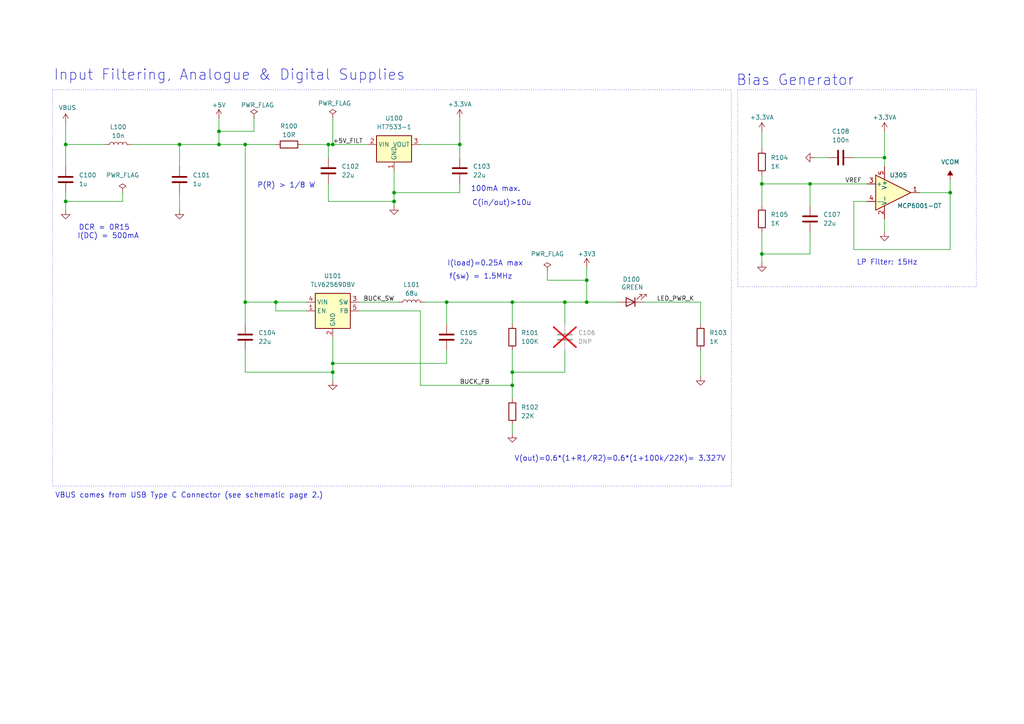
<source format=kicad_sch>
(kicad_sch (version 20250114) (generator "eeschema") (generator_version "9.0")
  (paper "A4")
  (title_block (title "Mixed-Signal-PCB-Design") (date "2025-09-13") (rev "1.0") (company "https://github.com/tsokomalusi/"))
  (lib_symbols
    (symbol "Amplifier_Operational:MCP6001-OT" (pin_names (offset 0.127))
      (property "Reference" "U305" (at 1.524 5.08 0))
      (property "Value" "MCP6001-OT" (at 7.62 -3.81 0))
      (symbol "MCP6001-OT_0_1"
        (polyline (pts (xy -5.08 5.08) (xy 5.08 0) (xy -5.08 -5.08) (xy -5.08 5.08)) (stroke (width 0.254)) (fill (type background)))
        (pin power_in line (at -2.54 7.62 270) (length 3.81) (name "V+") (number "5"))
        (pin power_in line (at -2.54 -7.62 90) (length 3.81) (name "V-") (number "2"))
      )
      (symbol "MCP6001-OT_1_1"
        (pin input line (at -7.62 2.54 0) (length 2.54) (name "+") (number "3"))
        (pin input line (at -7.62 -2.54 0) (length 2.54) (name "-") (number "4"))
        (pin power_out line (at 7.62 0 180) (length 2.54) (name "~") (number "1"))
      )
    )
    (symbol "Device:C" (pin_numbers (hide yes)) (pin_names (offset 0.254))
      (property "Reference" "C" (at 0.635 2.54 0))
      (property "Value" "C" (at 0.635 -2.54 0))
      (symbol "C_0_1"
        (polyline (pts (xy -2.032 0.762) (xy 2.032 0.762)) (stroke (width 0.508)))
        (polyline (pts (xy -2.032 -0.762) (xy 2.032 -0.762)) (stroke (width 0.508)))
      )
      (symbol "C_1_1"
        (pin passive line (at 0 3.81 270) (length 2.794) (name "~") (number "1"))
        (pin passive line (at 0 -3.81 90) (length 2.794) (name "~") (number "2"))
      )
    )
    (symbol "Device:L" (pin_numbers (hide yes)) (pin_names (offset 1.016) (hide yes))
      (property "Reference" "L" (at -1.27 0 90))
      (property "Value" "L" (at 1.905 0 90))
      (symbol "L_0_1"
        (arc (start 0 2.54) (mid 0.6323 1.905) (end 0 1.27))
        (arc (start 0 1.27) (mid 0.6323 0.635) (end 0 0))
        (arc (start 0 0) (mid 0.6323 -0.635) (end 0 -1.27))
        (arc (start 0 -1.27) (mid 0.6323 -1.905) (end 0 -2.54))
      )
      (symbol "L_1_1"
        (pin passive line (at 0 3.81 270) (length 1.27) (name "1") (number "1"))
        (pin passive line (at 0 -3.81 90) (length 1.27) (name "2") (number "2"))
      )
    )
    (symbol "Device:LED" (pin_numbers (hide yes)) (pin_names (offset 1.016) (hide yes))
      (property "Reference" "D" (at 0 2.54 0))
      (property "Value" "LED" (at 0 -2.54 0))
      (symbol "LED_0_1"
        (polyline (pts (xy -3.048 -0.762) (xy -4.572 -2.286) (xy -3.81 -2.286) (xy -4.572 -2.286) (xy -4.572 -1.524)))
        (polyline (pts (xy -1.778 -0.762) (xy -3.302 -2.286) (xy -2.54 -2.286) (xy -3.302 -2.286) (xy -3.302 -1.524)))
        (polyline (pts (xy -1.27 0) (xy 1.27 0)))
        (polyline (pts (xy -1.27 -1.27) (xy -1.27 1.27)) (stroke (width 0.254)))
        (polyline (pts (xy 1.27 -1.27) (xy 1.27 1.27) (xy -1.27 0) (xy 1.27 -1.27)) (stroke (width 0.254)))
      )
      (symbol "LED_1_1"
        (pin passive line (at -3.81 0 0) (length 2.54) (name "K") (number "1"))
        (pin passive line (at 3.81 0 180) (length 2.54) (name "A") (number "2"))
      )
    )
    (symbol "Device:R" (pin_numbers (hide yes)) (pin_names (offset 0))
      (property "Reference" "R" (at 2.032 0 90))
      (property "Value" "R" (at 0 0 90))
      (symbol "R_0_1"
        (rectangle (start -1.016 -2.54) (end 1.016 2.54) (stroke (width 0.254)))
      )
      (symbol "R_1_1"
        (pin passive line (at 0 3.81 270) (length 1.27) (name "~") (number "1"))
        (pin passive line (at 0 -3.81 90) (length 1.27) (name "~") (number "2"))
      )
    )
    (symbol "Regulator_Linear:HT75xx-1-SOT89"
      (property "Reference" "U" (at -5.08 -3.81 0))
      (property "Value" "HT75xx-1-SOT89" (at 0 6.35 0))
      (symbol "HT75xx-1-SOT89_0_1"
        (rectangle (start -5.08 5.08) (end 5.08 -2.54) (stroke (width 0.254)) (fill (type background)))
      )
      (symbol "HT75xx-1-SOT89_1_1"
        (pin power_in line (at -7.62 2.54 0) (length 2.54) (name "VIN") (number "2"))
        (pin power_in line (at 0 -5.08 90) (length 2.54) (name "GND") (number "1"))
        (pin power_out line (at 7.62 2.54 180) (length 2.54) (name "VOUT") (number "3"))
      )
    )
    (symbol "Regulator_Switching:TLV62568DBV"
      (property "Reference" "U" (at -5.08 6.35 0))
      (property "Value" "TLV62568DBV" (at 0 6.35 0))
      (symbol "TLV62568DBV_0_1"
        (rectangle (start -5.08 5.08) (end 5.08 -5.08) (stroke (width 0.254)) (fill (type background)))
      )
      (symbol "TLV62568DBV_1_1"
        (pin power_in line (at -7.62 2.54 0) (length 2.54) (name "VIN") (number "4"))
        (pin input line (at -7.62 0 0) (length 2.54) (name "EN") (number "1"))
        (pin power_in line (at 0 -7.62 90) (length 2.54) (name "GND") (number "2"))
        (pin power_out line (at 7.62 2.54 180) (length 2.54) (name "SW") (number "3"))
        (pin input line (at 7.62 0 180) (length 2.54) (name "FB") (number "5"))
      )
    )
    (symbol "power:GND" (power) (pin_numbers (hide yes)) (pin_names (offset 0) (hide yes))
      (property "Value" "GND" (at 0 -3.81 0))
      (symbol "GND_0_1"
        (polyline (pts (xy 0 0) (xy 0 -1.27) (xy 1.27 -1.27) (xy 0 -2.54) (xy -1.27 -1.27) (xy 0 -1.27)))
      )
      (symbol "GND_1_1"
        (pin power_in line (at 0 0 270) (length 0) (name "~") (number "1"))
      )
    )
    (symbol "power:PWR_FLAG" (power) (pin_numbers (hide yes)) (pin_names (offset 0) (hide yes))
      (property "Value" "PWR_FLAG" (at 0 3.81 0))
      (symbol "PWR_FLAG_0_0"
        (pin power_out line (at 0 0 90) (length 0) (name "~") (number "1"))
      )
      (symbol "PWR_FLAG_0_1"
        (polyline (pts (xy 0 0) (xy 0 1.27) (xy -1.016 1.905) (xy 0 2.54) (xy 1.016 1.905) (xy 0 1.27)))
      )
    )
    (symbol "power:VBUS" (power) (pin_numbers (hide yes)) (pin_names (offset 0) (hide yes))
      (property "Value" "VBUS" (at 0 3.556 0))
      (symbol "VBUS_0_1"
        (polyline (pts (xy -0.762 1.27) (xy 0 2.54)))
        (polyline (pts (xy 0 2.54) (xy 0.762 1.27)))
        (polyline (pts (xy 0 0) (xy 0 2.54)))
      )
      (symbol "VBUS_1_1"
        (pin power_in line (at 0 0 90) (length 0) (name "~") (number "1"))
      )
    )
    (symbol "power:VCOM" (power) (pin_numbers (hide yes)) (pin_names (offset 0) (hide yes))
      (property "Value" "VCOM" (at 0 3.556 0))
      (symbol "VCOM_0_1"
        (polyline (pts (xy 0 0) (xy 0 2.54)))
        (polyline (pts (xy 0.762 1.27) (xy -0.762 1.27) (xy 0 2.54) (xy 0.762 1.27)) (fill (type outline)))
      )
      (symbol "VCOM_1_1"
        (pin power_in line (at 0 0 90) (length 0) (name "~") (number "1"))
      )
    )
  )
  (rectangle (start 15.24 26.035) (end 212.09 140.97) (stroke (width 0) (type dot)))
  (rectangle (start 213.995 26.035) (end 283.21 83.185) (stroke (width 0) (type dot)))
  (text "DCR = 0R15\n  I(DC) = 500mA" (at 30.226 67.31 0) (effects (font (size 1.524 1.524))))
  (text "V(out)=0.6*(1+R1/R2)=0.6*(1+100k/22K)= 3.327V" (at 179.832 133.096 0) (effects (font (size 1.524 1.524))))
  (text "P(R) > 1/8 W" (at 83.058 53.848 0) (effects (font (size 1.524 1.524))))
  (text "C(in/out)>10u" (at 145.542 58.928 0) (effects (font (size 1.524 1.524))))
  (text "VBUS comes from USB Type C Connector (see schematic page 2.)" (at 54.864 143.764 0) (effects (font (size 1.524 1.524))))
  (text "I(load)=0.25A max" (at 140.716 76.454 0) (effects (font (size 1.524 1.524))))
  (text "100mA max." (at 143.764 54.864 0) (effects (font (size 1.524 1.524))))
  (text "Bias Generator" (at 230.632 23.368 0) (effects (font (size 3.048 3.048))))
  (text "Input Filtering, Analogue & Digital Supplies" (at 66.548 21.844 0) (effects (font (size 3.048 3.048))))
  (text "f(sw) = 1.5MHz" (at 139.446 80.264 0) (effects (font (size 1.524 1.524))))
  (text "LP Filter: 15Hz" (at 257.302 76.2 0) (effects (font (size 1.524 1.524))))
  (junction (at 19.05 41.91))
  (junction (at 170.18 81.28))
  (junction (at 52.07 41.91))
  (junction (at 114.3 58.42))
  (junction (at 148.59 111.76))
  (junction (at 148.59 107.95))
  (junction (at 256.54 45.72))
  (junction (at 95.25 41.91))
  (junction (at 80.01 87.63))
  (junction (at 133.35 41.91))
  (junction (at 63.5 41.91))
  (junction (at 71.12 41.91))
  (junction (at 170.18 87.63))
  (junction (at 114.3 55.88))
  (junction (at 129.54 87.63))
  (junction (at 96.52 107.95))
  (junction (at 220.98 73.66))
  (junction (at 220.98 53.34))
  (junction (at 275.59 55.88))
  (junction (at 63.5 38.1))
  (junction (at 96.52 105.41))
  (junction (at 148.59 87.63))
  (junction (at 234.95 53.34))
  (junction (at 71.12 87.63))
  (junction (at 19.05 58.42))
  (junction (at 163.83 87.63))
  (junction (at 96.52 41.91))
  (wire (pts (xy 170.18 87.63) (xy 179.07 87.63)))
  (wire (pts (xy 220.98 53.34) (xy 234.95 53.34)))
  (wire (pts (xy 234.95 67.31) (xy 234.95 73.66)))
  (wire (pts (xy 95.25 41.91) (xy 96.52 41.91)))
  (wire (pts (xy 19.05 41.91) (xy 19.05 48.26)))
  (wire (pts (xy 63.5 38.1) (xy 73.66 38.1)))
  (wire (pts (xy 148.59 111.76) (xy 148.59 115.57)))
  (wire (pts (xy 163.83 93.98) (xy 163.83 87.63)))
  (wire (pts (xy 236.22 45.72) (xy 240.03 45.72)))
  (wire (pts (xy 129.54 105.41) (xy 96.52 105.41)))
  (wire (pts (xy 266.7 55.88) (xy 275.59 55.88)))
  (wire (pts (xy 121.92 41.91) (xy 133.35 41.91)))
  (wire (pts (xy 170.18 81.28) (xy 170.18 87.63)))
  (wire (pts (xy 148.59 123.19) (xy 148.59 125.73)))
  (wire (pts (xy 234.95 53.34) (xy 251.46 53.34)))
  (wire (pts (xy 19.05 35.56) (xy 19.05 41.91)))
  (wire (pts (xy 220.98 73.66) (xy 220.98 76.2)))
  (wire (pts (xy 275.59 72.39) (xy 247.65 72.39)))
  (wire (pts (xy 63.5 34.29) (xy 63.5 38.1)))
  (wire (pts (xy 203.2 93.98) (xy 203.2 87.63)))
  (wire (pts (xy 96.52 107.95) (xy 96.52 110.49)))
  (wire (pts (xy 88.9 90.17) (xy 80.01 90.17)))
  (wire (pts (xy 63.5 41.91) (xy 71.12 41.91)))
  (wire (pts (xy 104.14 87.63) (xy 115.57 87.63)))
  (wire (pts (xy 88.9 87.63) (xy 80.01 87.63)))
  (wire (pts (xy 129.54 93.98) (xy 129.54 87.63)))
  (wire (pts (xy 158.75 81.28) (xy 170.18 81.28)))
  (wire (pts (xy 114.3 55.88) (xy 114.3 58.42)))
  (wire (pts (xy 129.54 101.6) (xy 129.54 105.41)))
  (wire (pts (xy 104.14 90.17) (xy 121.92 90.17)))
  (wire (pts (xy 96.52 34.29) (xy 96.52 41.91)))
  (wire (pts (xy 35.56 58.42) (xy 19.05 58.42)))
  (wire (pts (xy 148.59 101.6) (xy 148.59 107.95)))
  (wire (pts (xy 133.35 53.34) (xy 133.35 55.88)))
  (wire (pts (xy 247.65 58.42) (xy 251.46 58.42)))
  (wire (pts (xy 52.07 41.91) (xy 63.5 41.91)))
  (wire (pts (xy 71.12 101.6) (xy 71.12 107.95)))
  (wire (pts (xy 220.98 67.31) (xy 220.98 73.66)))
  (wire (pts (xy 163.83 87.63) (xy 170.18 87.63)))
  (wire (pts (xy 133.35 34.29) (xy 133.35 41.91)))
  (wire (pts (xy 256.54 63.5) (xy 256.54 67.31)))
  (wire (pts (xy 186.69 87.63) (xy 203.2 87.63)))
  (wire (pts (xy 52.07 48.26) (xy 52.07 41.91)))
  (wire (pts (xy 87.63 41.91) (xy 95.25 41.91)))
  (wire (pts (xy 163.83 101.6) (xy 163.83 107.95)))
  (wire (pts (xy 163.83 107.95) (xy 148.59 107.95)))
  (wire (pts (xy 71.12 87.63) (xy 71.12 93.98)))
  (wire (pts (xy 95.25 53.34) (xy 95.25 58.42)))
  (wire (pts (xy 234.95 73.66) (xy 220.98 73.66)))
  (wire (pts (xy 148.59 87.63) (xy 148.59 93.98)))
  (wire (pts (xy 114.3 58.42) (xy 114.3 59.69)))
  (wire (pts (xy 275.59 55.88) (xy 275.59 72.39)))
  (wire (pts (xy 73.66 34.29) (xy 73.66 38.1)))
  (wire (pts (xy 19.05 58.42) (xy 19.05 60.96)))
  (wire (pts (xy 71.12 87.63) (xy 71.12 41.91)))
  (wire (pts (xy 80.01 87.63) (xy 80.01 90.17)))
  (wire (pts (xy 123.19 87.63) (xy 129.54 87.63)))
  (wire (pts (xy 95.25 41.91) (xy 95.25 45.72)))
  (wire (pts (xy 95.25 58.42) (xy 114.3 58.42)))
  (wire (pts (xy 256.54 45.72) (xy 256.54 48.26)))
  (wire (pts (xy 121.92 111.76) (xy 148.59 111.76)))
  (wire (pts (xy 247.65 72.39) (xy 247.65 58.42)))
  (wire (pts (xy 96.52 97.79) (xy 96.52 105.41)))
  (wire (pts (xy 133.35 41.91) (xy 133.35 45.72)))
  (wire (pts (xy 71.12 41.91) (xy 80.01 41.91)))
  (wire (pts (xy 63.5 38.1) (xy 63.5 41.91)))
  (wire (pts (xy 234.95 53.34) (xy 234.95 59.69)))
  (wire (pts (xy 133.35 55.88) (xy 114.3 55.88)))
  (wire (pts (xy 19.05 41.91) (xy 30.48 41.91)))
  (wire (pts (xy 220.98 38.1) (xy 220.98 43.18)))
  (wire (pts (xy 275.59 52.07) (xy 275.59 55.88)))
  (wire (pts (xy 121.92 90.17) (xy 121.92 111.76)))
  (wire (pts (xy 203.2 101.6) (xy 203.2 109.22)))
  (wire (pts (xy 52.07 55.88) (xy 52.07 60.96)))
  (wire (pts (xy 19.05 55.88) (xy 19.05 58.42)))
  (wire (pts (xy 96.52 41.91) (xy 106.68 41.91)))
  (wire (pts (xy 158.75 78.74) (xy 158.75 81.28)))
  (wire (pts (xy 220.98 53.34) (xy 220.98 59.69)))
  (wire (pts (xy 80.01 87.63) (xy 71.12 87.63)))
  (wire (pts (xy 35.56 55.88) (xy 35.56 58.42)))
  (wire (pts (xy 148.59 87.63) (xy 163.83 87.63)))
  (wire (pts (xy 247.65 45.72) (xy 256.54 45.72)))
  (wire (pts (xy 114.3 49.53) (xy 114.3 55.88)))
  (wire (pts (xy 52.07 41.91) (xy 38.1 41.91)))
  (wire (pts (xy 71.12 107.95) (xy 96.52 107.95)))
  (wire (pts (xy 256.54 38.1) (xy 256.54 45.72)))
  (wire (pts (xy 148.59 107.95) (xy 148.59 111.76)))
  (wire (pts (xy 129.54 87.63) (xy 148.59 87.63)))
  (wire (pts (xy 170.18 77.47) (xy 170.18 81.28)))
  (wire (pts (xy 220.98 50.8) (xy 220.98 53.34)))
  (wire (pts (xy 96.52 105.41) (xy 96.52 107.95)))
  (label "BUCK_SW" (at 105.41 87.63 0))
  (label "VREF" (at 245.11 53.34 0))
  (label "BUCK_FB" (at 133.35 111.76 0))
  (label "+5V_FILT" (at 96.52 41.91 0))
  (label "LED_PWR_K" (at 190.5 87.63 0))
  (symbol (lib_id "Device:R") (at 148.59 119.38 0) (unit 1)
    (property "Reference" "R102" (at 151.13 118.1099 0) (effects (justify left)))
    (property "Value" "22K" (at 151.13 120.6499 0) (effects (justify left)))
    (property "Footprint" "Resistor_SMD:R_0603_1608Metric" (effects (hide yes)))
    (property "Description" "Resistor" (effects (hide yes)))
    (property "Manufacturer" "YAGEO" (effects (hide yes)))
    (property "Manufacturer Part Number" "RC0603FR-0722KL" (effects (hide yes)))
  )
  (symbol (lib_id "Device:C") (at 163.83 97.79 0) (unit 1) (dnp yes)
    (property "Reference" "C106" (at 167.64 96.5199 0) (effects (justify left)))
    (property "Value" "DNP" (at 167.64 99.0599 0) (effects (justify left)))
    (property "Footprint" "Capacitor_SMD:C_0805_2012Metric" (effects (hide yes)))
    (property "Description" "Unpolarized capacitor" (effects (hide yes)))
  )
  (symbol (lib_id "power:VCOM") (at 275.59 52.07 0) (unit 1)
    (property "Reference" "#PWR067" (effects (hide yes)))
    (property "Value" "VCOM" (at 275.59 46.99 0))
    (property "Description" "Power symbol creates a global label with name \"VCOM\"" (effects (hide yes)))
  )
  (symbol (lib_id "power:VBUS") (at 170.18 77.47 0) (unit 1)
    (property "Reference" "#PWR010" (effects (hide yes)))
    (property "Value" "+3V3" (at 170.18 73.66 0))
    (property "Description" "Power symbol creates a global label with name \"VBUS\"" (effects (hide yes)))
  )
  (symbol (lib_id "power:GND") (at 203.2 109.22 0) (unit 1)
    (property "Reference" "#PWR08" (effects (hide yes)))
    (property "Value" "GND" (effects (hide yes)))
    (property "Description" "Power symbol creates a global label with name \"GND\" , ground" (effects (hide yes)))
  )
  (symbol (lib_id "Device:R") (at 83.82 41.91 90) (unit 1)
    (property "Reference" "R100" (at 83.82 36.576 90))
    (property "Value" "10R" (at 83.82 39.116 90))
    (property "Footprint" "Resistor_SMD:R_0603_1608Metric" (effects (hide yes)))
    (property "Description" "Resistor" (effects (hide yes)))
    (property "Manufacturer" "YAGEO" (effects (hide yes)))
    (property "Manufacturer Part Number" "RC0603FR-0710RL" (effects (hide yes)))
  )
  (symbol (lib_id "power:GND") (at 52.07 60.96 0) (unit 1)
    (property "Reference" "#PWR03" (effects (hide yes)))
    (property "Value" "GND" (effects (hide yes)))
    (property "Description" "Power symbol creates a global label with name \"GND\" , ground" (effects (hide yes)))
  )
  (symbol (lib_id "power:PWR_FLAG") (at 73.66 34.29 0) (unit 1)
    (property "Reference" "#FLG04" (effects (hide yes)))
    (property "Value" "PWR_FLAG" (at 74.676 30.48 0))
    (property "Description" "Special symbol for telling ERC where power comes from" (effects (hide yes)))
  )
  (symbol (lib_id "power:GND") (at 148.59 125.73 0) (unit 1)
    (property "Reference" "#PWR09" (effects (hide yes)))
    (property "Value" "GND" (effects (hide yes)))
    (property "Description" "Power symbol creates a global label with name \"GND\" , ground" (effects (hide yes)))
  )
  (symbol (lib_id "power:GND") (at 220.98 76.2 0) (unit 1)
    (property "Reference" "#PWR064" (effects (hide yes)))
    (property "Value" "GND" (effects (hide yes)))
    (property "Description" "Power symbol creates a global label with name \"GND\" , ground" (effects (hide yes)))
  )
  (symbol (lib_id "Device:C") (at 133.35 49.53 0) (unit 1)
    (property "Reference" "C103" (at 137.16 48.2599 0) (effects (justify left)))
    (property "Value" "22u" (at 137.16 50.7999 0) (effects (justify left)))
    (property "Footprint" "Capacitor_SMD:C_0805_2012Metric" (effects (hide yes)))
    (property "Description" "Unpolarized capacitor" (effects (hide yes)))
    (property "Manufacturer" "KYOCERA AVX" (effects (hide yes)))
    (property "Manufacturer Part Number" "0805YD226MAT2A" (effects (hide yes)))
  )
  (symbol (lib_id "Device:LED") (at 182.88 87.63 180) (unit 1)
    (property "Reference" "D100" (at 183.134 81.026 0))
    (property "Value" "GREEN" (at 183.388 83.312 0))
    (property "Footprint" "Diode_SMD:D_0805_2012Metric" (effects (hide yes)))
    (property "Description" "Light emitting diode" (effects (hide yes)))
    (property "Sim.Pins" "1=K 2=A" (effects (hide yes)))
    (property "Manufacturer" "LITEON" (effects (hide yes)))
    (property "Manufacturer Part Number" "LTST-C170FKT" (effects (hide yes)))
  )
  (symbol (lib_id "Device:C") (at 19.05 52.07 0) (unit 1)
    (property "Reference" "C100" (at 22.86 50.7999 0) (effects (justify left)))
    (property "Value" "1u" (at 22.86 53.3399 0) (effects (justify left)))
    (property "Footprint" "Capacitor_SMD:C_0805_2012Metric" (effects (hide yes)))
    (property "Description" "Unpolarized capacitor" (effects (hide yes)))
    (property "Manufacturer" "KYOCERA AVX" (effects (hide yes)))
    (property "Manufacturer Part Number" "08055D105KAT2A" (effects (hide yes)))
  )
  (symbol (lib_id "Device:R") (at 220.98 46.99 0) (unit 1)
    (property "Reference" "R104" (at 223.52 45.7199 0) (effects (justify left)))
    (property "Value" "1K" (at 223.52 48.2599 0) (effects (justify left)))
    (property "Footprint" "Resistor_SMD:R_0603_1608Metric" (effects (hide yes)))
    (property "Description" "Resistor" (effects (hide yes)))
    (property "Manufacturer" "YAGEO" (effects (hide yes)))
    (property "Manufacturer Part Number" "RC0603FR-071KL" (effects (hide yes)))
  )
  (symbol (lib_id "Device:C") (at 52.07 52.07 0) (unit 1)
    (property "Reference" "C101" (at 55.88 50.7999 0) (effects (justify left)))
    (property "Value" "1u" (at 55.88 53.3399 0) (effects (justify left)))
    (property "Footprint" "Capacitor_SMD:C_0805_2012Metric" (effects (hide yes)))
    (property "Description" "Unpolarized capacitor" (effects (hide yes)))
    (property "Manufacturer" "KYOCERA AVX" (effects (hide yes)))
    (property "Manufacturer Part Number" "08055D105KAT2A" (effects (hide yes)))
  )
  (symbol (lib_id "power:GND") (at 256.54 67.31 0) (unit 1)
    (property "Reference" "#PWR062" (effects (hide yes)))
    (property "Value" "GND" (effects (hide yes)))
    (property "Description" "Power symbol creates a global label with name \"GND\" , ground" (effects (hide yes)))
  )
  (symbol (lib_id "power:GND") (at 236.22 45.72 270) (unit 1)
    (property "Reference" "#PWR066" (effects (hide yes)))
    (property "Value" "GND" (effects (hide yes)))
    (property "Description" "Power symbol creates a global label with name \"GND\" , ground" (effects (hide yes)))
  )
  (symbol (lib_id "power:PWR_FLAG") (at 96.52 34.29 0) (unit 1)
    (property "Reference" "#FLG06" (effects (hide yes)))
    (property "Value" "PWR_FLAG" (at 97.028 29.972 0))
    (property "Description" "Special symbol for telling ERC where power comes from" (effects (hide yes)))
  )
  (symbol (lib_id "Device:C") (at 129.54 97.79 0) (unit 1)
    (property "Reference" "C105" (at 133.35 96.5199 0) (effects (justify left)))
    (property "Value" "22u" (at 133.35 99.0599 0) (effects (justify left)))
    (property "Footprint" "Capacitor_SMD:C_0805_2012Metric" (effects (hide yes)))
    (property "Description" "Unpolarized capacitor" (effects (hide yes)))
    (property "Manufacturer" "KYOCERA AVX" (effects (hide yes)))
    (property "Manufacturer Part Number" "0805YD226MAT2A" (effects (hide yes)))
  )
  (symbol (lib_id "Device:L") (at 34.29 41.91 90) (unit 1)
    (property "Reference" "L100" (at 34.29 36.83 90))
    (property "Value" "10n" (at 34.29 39.37 90))
    (property "Footprint" "Inductor_SMD:L_0603_1608Metric" (effects (hide yes)))
    (property "Description" "Inductor" (effects (hide yes)))
    (property "Manufacturer" "Sunlord" (effects (hide yes)))
    (property "Manufacturer Part Number" "MWSA0603S-100J" (effects (hide yes)))
  )
  (symbol (lib_id "power:VBUS") (at 256.54 38.1 0) (unit 1)
    (property "Reference" "#PWR065" (effects (hide yes)))
    (property "Value" "+3.3VA" (at 256.54 34.036 0))
    (property "Description" "Power symbol creates a global label with name \"VBUS\"" (effects (hide yes)))
  )
  (symbol (lib_id "Device:L") (at 119.38 87.63 90) (unit 1)
    (property "Reference" "L101" (at 119.38 82.55 90))
    (property "Value" "68u" (at 119.38 85.09 90))
    (property "Footprint" "Inductor_SMD:L_Sunlord_MWSA0603S" (effects (hide yes)))
    (property "Description" "Inductor" (effects (hide yes)))
    (property "Manufacturer" "Sunlord" (effects (hide yes)))
    (property "Manufacturer Part Number" "MWSA0603S-680K" (effects (hide yes)))
  )
  (symbol (lib_id "Device:R") (at 203.2 97.79 0) (unit 1)
    (property "Reference" "R103" (at 205.74 96.5199 0) (effects (justify left)))
    (property "Value" "1K" (at 205.74 99.0599 0) (effects (justify left)))
    (property "Footprint" "Resistor_SMD:R_0603_1608Metric" (effects (hide yes)))
    (property "Description" "Resistor" (effects (hide yes)))
    (property "Manufacturer" "YAGEO" (effects (hide yes)))
    (property "Manufacturer Part Number" "RC0603FR-071KL" (effects (hide yes)))
  )
  (symbol (lib_id "Device:R") (at 148.59 97.79 0) (unit 1)
    (property "Reference" "R101" (at 151.13 96.5199 0) (effects (justify left)))
    (property "Value" "100K" (at 151.13 99.0599 0) (effects (justify left)))
    (property "Footprint" "Resistor_SMD:R_0603_1608Metric" (effects (hide yes)))
    (property "Description" "Resistor" (effects (hide yes)))
    (property "Manufacturer" "YAGEO" (effects (hide yes)))
    (property "Manufacturer Part Number" "RC0603FR-07100KL" (effects (hide yes)))
  )
  (symbol (lib_id "power:VBUS") (at 133.35 34.29 0) (unit 1)
    (property "Reference" "#PWR05" (effects (hide yes)))
    (property "Value" "+3.3VA" (at 133.35 30.226 0))
    (property "Description" "Power symbol creates a global label with name \"VBUS\"" (effects (hide yes)))
  )
  (symbol (lib_id "Regulator_Linear:HT75xx-1-SOT89") (at 114.3 44.45 0) (unit 1)
    (property "Reference" "U100" (at 114.3 34.29 0))
    (property "Value" "HT7533-1" (at 114.3 36.83 0))
    (property "Footprint" "Package_TO_SOT_SMD:SOT-89-3" (effects (hide yes)))
    (property "Datasheet" "https://www.holtek.com/documents/10179/116711/HT75xx-1v250.pdf" (effects (hide yes)))
    (property "Description" "100mA Low Dropout Voltage Regulator, Fixed Output, SOT89" (effects (hide yes)))
    (property "Manufacturer" "Holtek Semiconductor" (effects (hide yes)))
    (property "Manufacturer Part Number" "HT7533-1" (effects (hide yes)))
  )
  (symbol (lib_id "power:PWR_FLAG") (at 35.56 55.88 0) (unit 1)
    (property "Reference" "#FLG03" (effects (hide yes)))
    (property "Value" "PWR_FLAG" (at 35.56 50.8 0))
    (property "Description" "Special symbol for telling ERC where power comes from" (effects (hide yes)))
  )
  (symbol (lib_id "power:VBUS") (at 19.05 35.56 0) (unit 1)
    (property "Reference" "#PWR01" (effects (hide yes)))
    (property "Value" "VBUS" (at 19.558 31.242 0))
    (property "Description" "Power symbol creates a global label with name \"VBUS\"" (effects (hide yes)))
  )
  (symbol (lib_id "power:GND") (at 19.05 60.96 0) (unit 1)
    (property "Reference" "#PWR02" (effects (hide yes)))
    (property "Value" "GND" (effects (hide yes)))
    (property "Description" "Power symbol creates a global label with name \"GND\" , ground" (effects (hide yes)))
  )
  (symbol (lib_id "power:VBUS") (at 220.98 38.1 0) (unit 1)
    (property "Reference" "#PWR063" (effects (hide yes)))
    (property "Value" "+3.3VA" (at 220.98 34.036 0))
    (property "Description" "Power symbol creates a global label with name \"VBUS\"" (effects (hide yes)))
  )
  (symbol (lib_id "power:GND") (at 96.52 110.49 0) (unit 1)
    (property "Reference" "#PWR07" (effects (hide yes)))
    (property "Value" "GND" (effects (hide yes)))
    (property "Description" "Power symbol creates a global label with name \"GND\" , ground" (effects (hide yes)))
  )
  (symbol (lib_id "Device:C") (at 243.84 45.72 90) (unit 1)
    (property "Reference" "C108" (at 243.84 38.1 90))
    (property "Value" "100n" (at 243.84 40.64 90))
    (property "Footprint" "Capacitor_SMD:C_0603_1608Metric" (effects (hide yes)))
    (property "Description" "Unpolarized capacitor" (effects (hide yes)))
    (property "Manufacturer" "YAGEO" (effects (hide yes)))
    (property "Manufacturer Part Number" "CC0603ZRY5V7BB104" (effects (hide yes)))
  )
  (symbol (lib_id "Device:C") (at 95.25 49.53 0) (unit 1)
    (property "Reference" "C102" (at 99.06 48.2599 0) (effects (justify left)))
    (property "Value" "22u" (at 99.06 50.7999 0) (effects (justify left)))
    (property "Footprint" "Capacitor_SMD:C_0805_2012Metric" (effects (hide yes)))
    (property "Description" "Unpolarized capacitor" (effects (hide yes)))
    (property "Manufacturer" "KYOCERA AVX" (effects (hide yes)))
    (property "Manufacturer Part Number" "0805YD226MAT2A" (effects (hide yes)))
  )
  (symbol (lib_id "Amplifier_Operational:MCP6001-OT") (at 259.08 55.88 0) (unit 1)
    (property "Reference" "U305" (at 260.604 50.8 0))
    (property "Value" "MCP6001-OT" (at 266.7 59.69 0))
    (property "Footprint" "Package_TO_SOT_SMD:SOT-23-5" (effects (hide yes)))
    (property "Datasheet" "https://ww1.microchip.com/downloads/en/DeviceDoc/MCP6001-1R-1U-2-4-1-MHz-Low-Power-Op-Amp-DS20001733L.pdf" (effects (hide yes)))
    (property "Description" "1MHz, Low-Power Op Amp, SOT-23-5" (effects (hide yes)))
    (property "Manufacturer" "Microchip Technology" (effects (hide yes)))
    (property "Manufacturer Part Number" "MCP6001-OT" (effects (hide yes)))
  )
  (symbol (lib_id "Device:C") (at 234.95 63.5 0) (unit 1)
    (property "Reference" "C107" (at 238.76 62.2299 0) (effects (justify left)))
    (property "Value" "22u" (at 238.76 64.7699 0) (effects (justify left)))
    (property "Footprint" "Capacitor_SMD:C_0805_2012Metric" (effects (hide yes)))
    (property "Description" "Unpolarized capacitor" (effects (hide yes)))
    (property "Manufacturer" "KYOCERA AVX" (effects (hide yes)))
    (property "Manufacturer Part Number" "0805YD226MAT2A" (effects (hide yes)))
  )
  (symbol (lib_id "Regulator_Switching:TLV62568DBV") (at 96.52 90.17 0) (unit 1)
    (property "Reference" "U101" (at 96.52 80.01 0))
    (property "Value" "TLV62569DBV" (at 96.52 82.55 0))
    (property "Footprint" "Package_TO_SOT_SMD:SOT-23-5" (effects (hide yes)))
    (property "Datasheet" "http://www.ti.com/lit/ds/symlink/tlv62568.pdf" (effects (hide yes)))
    (property "Description" "High Efficiency Synchronous Buck Converter, Adjustable Output 0.6V-5.5V, 1A, SOT-23-5" (effects (hide yes)))
    (property "Manufacturer" "Texas Instruments" (effects (hide yes)))
    (property "Manufacturer Part Number" "TLV62569DBV" (effects (hide yes)))
  )
  (symbol (lib_id "Device:C") (at 71.12 97.79 0) (unit 1)
    (property "Reference" "C104" (at 74.93 96.5199 0) (effects (justify left)))
    (property "Value" "22u" (at 74.93 99.0599 0) (effects (justify left)))
    (property "Footprint" "Capacitor_SMD:C_0805_2012Metric" (effects (hide yes)))
    (property "Description" "Unpolarized capacitor" (effects (hide yes)))
    (property "Manufacturer" "KYOCERA AVX" (effects (hide yes)))
    (property "Manufacturer Part Number" "0805YD226MAT2A" (effects (hide yes)))
  )
  (symbol (lib_id "Device:R") (at 220.98 63.5 0) (unit 1)
    (property "Reference" "R105" (at 223.52 62.2299 0) (effects (justify left)))
    (property "Value" "1K" (at 223.52 64.7699 0) (effects (justify left)))
    (property "Footprint" "Resistor_SMD:R_0603_1608Metric" (effects (hide yes)))
    (property "Description" "Resistor" (effects (hide yes)))
    (property "Manufacturer" "YAGEO" (effects (hide yes)))
    (property "Manufacturer Part Number" "RC0603FR-071KL" (effects (hide yes)))
  )
  (symbol (lib_id "power:PWR_FLAG") (at 158.75 78.74 0) (unit 1)
    (property "Reference" "#FLG05" (effects (hide yes)))
    (property "Value" "PWR_FLAG" (at 158.75 73.66 0))
    (property "Description" "Special symbol for telling ERC where power comes from" (effects (hide yes)))
  )
  (symbol (lib_id "power:VBUS") (at 63.5 34.29 0) (unit 1)
    (property "Reference" "#PWR06" (effects (hide yes)))
    (property "Value" "+5V" (at 63.5 30.48 0))
    (property "Description" "Power symbol creates a global label with name \"VBUS\"" (effects (hide yes)))
  )
  (symbol (lib_id "power:GND") (at 114.3 59.69 0) (unit 1)
    (property "Reference" "#PWR04" (effects (hide yes)))
    (property "Value" "GND" (effects (hide yes)))
    (property "Description" "Power symbol creates a global label with name \"GND\" , ground" (effects (hide yes)))
  )
)
</source>
